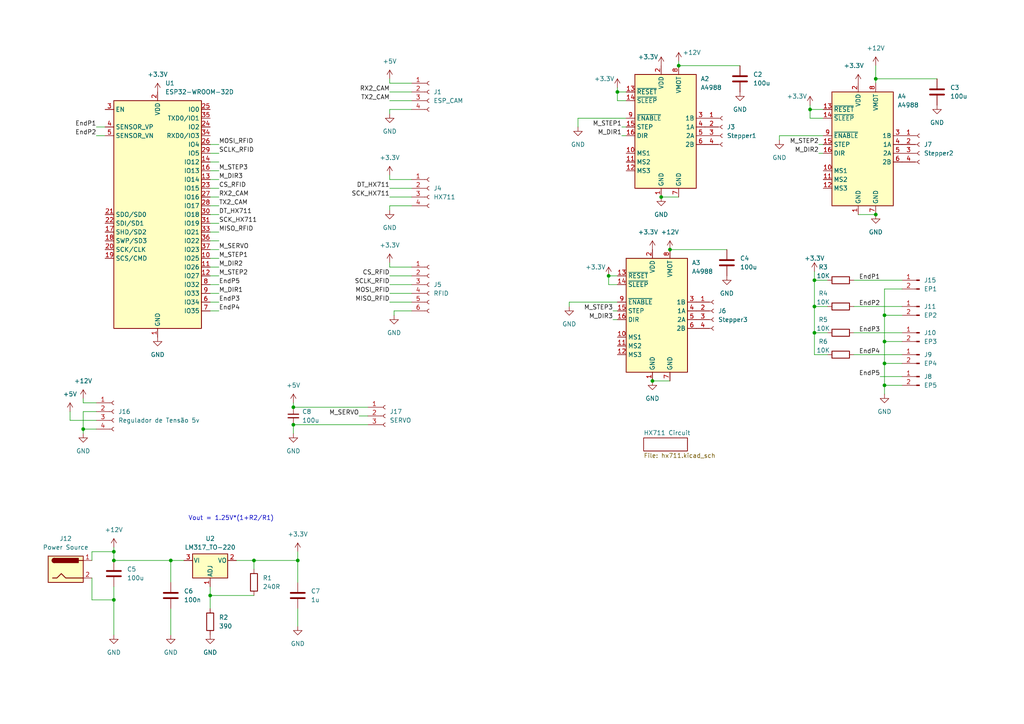
<source format=kicad_sch>
(kicad_sch (version 20230121) (generator eeschema)
  (paper "A4")
  (lib_symbols
    (symbol "Connector:Conn_01x02_Pin" (pin_names (offset 1.016) hide)
      (property "Reference" "J" (at 0 2.54 0))
      (property "Value" "Conn_01x02_Pin" (at 0 -5.08 0))
      (symbol "Conn_01x02_Pin_1_1"
        (polyline (pts (xy 1.27 -2.54) (xy 0.8636 -2.54)) (stroke (width 0.1524)))
        (polyline (pts (xy 1.27 0) (xy 0.8636 0)) (stroke (width 0.1524)))
        (rectangle (start 0.8636 -2.413) (end 0 -2.667) (stroke (width 0.1524)) (fill (type outline)))
        (rectangle (start 0.8636 0.127) (end 0 -0.127) (stroke (width 0.1524)) (fill (type outline)))
        (pin passive line (at 5.08 0 180) (length 3.81) (name "Pin_1") (number "1"))
        (pin passive line (at 5.08 -2.54 180) (length 3.81) (name "Pin_2") (number "2"))
      )
    )
    (symbol "Connector:Conn_01x03_Socket" (pin_names (offset 1.016) hide)
      (property "Reference" "J" (at 0 5.08 0))
      (property "Value" "Conn_01x03_Socket" (at 0 -5.08 0))
      (symbol "Conn_01x03_Socket_1_1"
        (arc (start 0 -2.032) (mid -0.5058 -2.54) (end 0 -3.048) (stroke (width 0.1524)))
        (polyline (pts (xy -1.27 -2.54) (xy -0.508 -2.54)) (stroke (width 0.1524)))
        (polyline (pts (xy -1.27 0) (xy -0.508 0)) (stroke (width 0.1524)))
        (polyline (pts (xy -1.27 2.54) (xy -0.508 2.54)) (stroke (width 0.1524)))
        (arc (start 0 0.508) (mid -0.5058 0) (end 0 -0.508) (stroke (width 0.1524)))
        (arc (start 0 3.048) (mid -0.5058 2.54) (end 0 2.032) (stroke (width 0.1524)))
        (pin passive line (at -5.08 2.54 0) (length 3.81) (name "Pin_1") (number "1"))
        (pin passive line (at -5.08 0 0) (length 3.81) (name "Pin_2") (number "2"))
        (pin passive line (at -5.08 -2.54 0) (length 3.81) (name "Pin_3") (number "3"))
      )
    )
    (symbol "Connector:Conn_01x04_Socket" (pin_names (offset 1.016) hide)
      (property "Reference" "J" (at 0 5.08 0))
      (property "Value" "Conn_01x04_Socket" (at 0 -7.62 0))
      (symbol "Conn_01x04_Socket_1_1"
        (arc (start 0 -4.572) (mid -0.5058 -5.08) (end 0 -5.588) (stroke (width 0.1524)))
        (arc (start 0 -2.032) (mid -0.5058 -2.54) (end 0 -3.048) (stroke (width 0.1524)))
        (polyline (pts (xy -1.27 -5.08) (xy -0.508 -5.08)) (stroke (width 0.1524)))
        (polyline (pts (xy -1.27 -2.54) (xy -0.508 -2.54)) (stroke (width 0.1524)))
        (polyline (pts (xy -1.27 0) (xy -0.508 0)) (stroke (width 0.1524)))
        (polyline (pts (xy -1.27 2.54) (xy -0.508 2.54)) (stroke (width 0.1524)))
        (arc (start 0 0.508) (mid -0.5058 0) (end 0 -0.508) (stroke (width 0.1524)))
        (arc (start 0 3.048) (mid -0.5058 2.54) (end 0 2.032) (stroke (width 0.1524)))
        (pin passive line (at -5.08 2.54 0) (length 3.81) (name "Pin_1") (number "1"))
        (pin passive line (at -5.08 0 0) (length 3.81) (name "Pin_2") (number "2"))
        (pin passive line (at -5.08 -2.54 0) (length 3.81) (name "Pin_3") (number "3"))
        (pin passive line (at -5.08 -5.08 0) (length 3.81) (name "Pin_4") (number "4"))
      )
    )
    (symbol "Connector:Conn_01x06_Socket" (pin_names (offset 1.016) hide)
      (property "Reference" "J" (at 0 7.62 0))
      (property "Value" "Conn_01x06_Socket" (at 0 -10.16 0))
      (symbol "Conn_01x06_Socket_1_1"
        (arc (start 0 -7.112) (mid -0.5058 -7.62) (end 0 -8.128) (stroke (width 0.1524)))
        (arc (start 0 -4.572) (mid -0.5058 -5.08) (end 0 -5.588) (stroke (width 0.1524)))
        (arc (start 0 -2.032) (mid -0.5058 -2.54) (end 0 -3.048) (stroke (width 0.1524)))
        (polyline (pts (xy -1.27 -7.62) (xy -0.508 -7.62)) (stroke (width 0.1524)))
        (polyline (pts (xy -1.27 -5.08) (xy -0.508 -5.08)) (stroke (width 0.1524)))
        (polyline (pts (xy -1.27 -2.54) (xy -0.508 -2.54)) (stroke (width 0.1524)))
        (polyline (pts (xy -1.27 0) (xy -0.508 0)) (stroke (width 0.1524)))
        (polyline (pts (xy -1.27 2.54) (xy -0.508 2.54)) (stroke (width 0.1524)))
        (polyline (pts (xy -1.27 5.08) (xy -0.508 5.08)) (stroke (width 0.1524)))
        (arc (start 0 0.508) (mid -0.5058 0) (end 0 -0.508) (stroke (width 0.1524)))
        (arc (start 0 3.048) (mid -0.5058 2.54) (end 0 2.032) (stroke (width 0.1524)))
        (arc (start 0 5.588) (mid -0.5058 5.08) (end 0 4.572) (stroke (width 0.1524)))
        (pin passive line (at -5.08 5.08 0) (length 3.81) (name "Pin_1") (number "1"))
        (pin passive line (at -5.08 2.54 0) (length 3.81) (name "Pin_2") (number "2"))
        (pin passive line (at -5.08 0 0) (length 3.81) (name "Pin_3") (number "3"))
        (pin passive line (at -5.08 -2.54 0) (length 3.81) (name "Pin_4") (number "4"))
        (pin passive line (at -5.08 -5.08 0) (length 3.81) (name "Pin_5") (number "5"))
        (pin passive line (at -5.08 -7.62 0) (length 3.81) (name "Pin_6") (number "6"))
      )
    )
    (symbol "Connector:Jack-DC" (pin_names (offset 1.016))
      (property "Reference" "J" (at 0 5.334 0))
      (property "Value" "Jack-DC" (at 0 -5.08 0))
      (symbol "Jack-DC_0_1"
        (rectangle (start -5.08 3.81) (end 5.08 -3.81) (stroke (width 0.254)) (fill (type background)))
        (arc (start -3.302 3.175) (mid -3.9343 2.54) (end -3.302 1.905) (stroke (width 0.254)))
        (arc (start -3.302 3.175) (mid -3.9343 2.54) (end -3.302 1.905) (stroke (width 0.254)) (fill (type outline)))
        (polyline (pts (xy 5.08 2.54) (xy 3.81 2.54)) (stroke (width 0.254)))
        (polyline (pts (xy -3.81 -2.54) (xy -2.54 -2.54) (xy -1.27 -1.27) (xy 0 -2.54) (xy 2.54 -2.54) (xy 5.08 -2.54)) (stroke (width 0.254)))
        (rectangle (start 3.683 3.175) (end -3.302 1.905) (stroke (width 0.254)) (fill (type outline)))
      )
      (symbol "Jack-DC_1_1"
        (pin passive line (at 7.62 2.54 180) (length 2.54) (name "~") (number "1"))
        (pin passive line (at 7.62 -2.54 180) (length 2.54) (name "~") (number "2"))
      )
    )
    (symbol "Device:C" (pin_numbers hide) (pin_names (offset 0.254))
      (property "Reference" "C" (at 0.635 2.54 0))
      (property "Value" "C" (at 0.635 -2.54 0))
      (symbol "C_0_1"
        (polyline (pts (xy -2.032 -0.762) (xy 2.032 -0.762)) (stroke (width 0.508)))
        (polyline (pts (xy -2.032 0.762) (xy 2.032 0.762)) (stroke (width 0.508)))
      )
      (symbol "C_1_1"
        (pin passive line (at 0 3.81 270) (length 2.794) (name "~") (number "1"))
        (pin passive line (at 0 -3.81 90) (length 2.794) (name "~") (number "2"))
      )
    )
    (symbol "Device:C_Small" (pin_numbers hide) (pin_names (offset 0.254) hide)
      (property "Reference" "C" (at 0.254 1.778 0))
      (property "Value" "C_Small" (at 0.254 -2.032 0))
      (symbol "C_Small_0_1"
        (polyline (pts (xy -1.524 -0.508) (xy 1.524 -0.508)) (stroke (width 0.3302)))
        (polyline (pts (xy -1.524 0.508) (xy 1.524 0.508)) (stroke (width 0.3048)))
      )
      (symbol "C_Small_1_1"
        (pin passive line (at 0 2.54 270) (length 2.032) (name "~") (number "1"))
        (pin passive line (at 0 -2.54 90) (length 2.032) (name "~") (number "2"))
      )
    )
    (symbol "Device:R" (pin_numbers hide) (pin_names (offset 0))
      (property "Reference" "R" (at 2.032 0 90))
      (property "Value" "R" (at 0 0 90))
      (symbol "R_0_1"
        (rectangle (start -1.016 -2.54) (end 1.016 2.54) (stroke (width 0.254)))
      )
      (symbol "R_1_1"
        (pin passive line (at 0 3.81 270) (length 1.27) (name "~") (number "1"))
        (pin passive line (at 0 -3.81 90) (length 1.27) (name "~") (number "2"))
      )
    )
    (symbol "Driver_Motor:Pololu_Breakout_A4988"
      (property "Reference" "A" (at -2.54 19.05 0))
      (property "Value" "Pololu_Breakout_A4988" (at -2.54 16.51 0))
      (symbol "Pololu_Breakout_A4988_0_1"
        (rectangle (start 10.16 -17.78) (end -7.62 15.24) (stroke (width 0.254)) (fill (type background)))
      )
      (symbol "Pololu_Breakout_A4988_1_1"
        (pin power_in line (at 0 -20.32 90) (length 2.54) (name "GND") (number "1"))
        (pin input line (at -10.16 -7.62 0) (length 2.54) (name "MS1") (number "10"))
        (pin input line (at -10.16 -10.16 0) (length 2.54) (name "MS2") (number "11"))
        (pin input line (at -10.16 -12.7 0) (length 2.54) (name "MS3") (number "12"))
        (pin input line (at -10.16 10.16 0) (length 2.54) (name "~{RESET}") (number "13"))
        (pin input line (at -10.16 7.62 0) (length 2.54) (name "~{SLEEP}") (number "14"))
        (pin input line (at -10.16 0 0) (length 2.54) (name "STEP") (number "15"))
        (pin input line (at -10.16 -2.54 0) (length 2.54) (name "DIR") (number "16"))
        (pin power_in line (at 0 17.78 270) (length 2.54) (name "VDD") (number "2"))
        (pin output line (at 12.7 2.54 180) (length 2.54) (name "1B") (number "3"))
        (pin output line (at 12.7 0 180) (length 2.54) (name "1A") (number "4"))
        (pin output line (at 12.7 -2.54 180) (length 2.54) (name "2A") (number "5"))
        (pin output line (at 12.7 -5.08 180) (length 2.54) (name "2B") (number "6"))
        (pin power_in line (at 5.08 -20.32 90) (length 2.54) (name "GND") (number "7"))
        (pin power_in line (at 5.08 17.78 270) (length 2.54) (name "VMOT") (number "8"))
        (pin input line (at -10.16 2.54 0) (length 2.54) (name "~{ENABLE}") (number "9"))
      )
    )
    (symbol "RF_Module:ESP32-WROOM-32D"
      (property "Reference" "U" (at -12.7 34.29 0))
      (property "Value" "ESP32-WROOM-32D" (at 1.27 34.29 0))
      (symbol "ESP32-WROOM-32D_0_1"
        (rectangle (start -12.7 33.02) (end 12.7 -33.02) (stroke (width 0.254)) (fill (type background)))
      )
      (symbol "ESP32-WROOM-32D_1_1"
        (pin power_in line (at 0 -35.56 90) (length 2.54) (name "GND") (number "1"))
        (pin bidirectional line (at 15.24 -12.7 180) (length 2.54) (name "IO25") (number "10"))
        (pin bidirectional line (at 15.24 -15.24 180) (length 2.54) (name "IO26") (number "11"))
        (pin bidirectional line (at 15.24 -17.78 180) (length 2.54) (name "IO27") (number "12"))
        (pin bidirectional line (at 15.24 10.16 180) (length 2.54) (name "IO14") (number "13"))
        (pin bidirectional line (at 15.24 15.24 180) (length 2.54) (name "IO12") (number "14"))
        (pin passive line (at 0 -35.56 90) (length 2.54) hide (name "GND") (number "15"))
        (pin bidirectional line (at 15.24 12.7 180) (length 2.54) (name "IO13") (number "16"))
        (pin bidirectional line (at -15.24 -5.08 0) (length 2.54) (name "SHD/SD2") (number "17"))
        (pin bidirectional line (at -15.24 -7.62 0) (length 2.54) (name "SWP/SD3") (number "18"))
        (pin bidirectional line (at -15.24 -12.7 0) (length 2.54) (name "SCS/CMD") (number "19"))
        (pin power_in line (at 0 35.56 270) (length 2.54) (name "VDD") (number "2"))
        (pin bidirectional line (at -15.24 -10.16 0) (length 2.54) (name "SCK/CLK") (number "20"))
        (pin bidirectional line (at -15.24 0 0) (length 2.54) (name "SDO/SD0") (number "21"))
        (pin bidirectional line (at -15.24 -2.54 0) (length 2.54) (name "SDI/SD1") (number "22"))
        (pin bidirectional line (at 15.24 7.62 180) (length 2.54) (name "IO15") (number "23"))
        (pin bidirectional line (at 15.24 25.4 180) (length 2.54) (name "IO2") (number "24"))
        (pin bidirectional line (at 15.24 30.48 180) (length 2.54) (name "IO0") (number "25"))
        (pin bidirectional line (at 15.24 20.32 180) (length 2.54) (name "IO4") (number "26"))
        (pin bidirectional line (at 15.24 5.08 180) (length 2.54) (name "IO16") (number "27"))
        (pin bidirectional line (at 15.24 2.54 180) (length 2.54) (name "IO17") (number "28"))
        (pin bidirectional line (at 15.24 17.78 180) (length 2.54) (name "IO5") (number "29"))
        (pin input line (at -15.24 30.48 0) (length 2.54) (name "EN") (number "3"))
        (pin bidirectional line (at 15.24 0 180) (length 2.54) (name "IO18") (number "30"))
        (pin bidirectional line (at 15.24 -2.54 180) (length 2.54) (name "IO19") (number "31"))
        (pin no_connect line (at -12.7 -27.94 0) (length 2.54) hide (name "NC") (number "32"))
        (pin bidirectional line (at 15.24 -5.08 180) (length 2.54) (name "IO21") (number "33"))
        (pin bidirectional line (at 15.24 22.86 180) (length 2.54) (name "RXD0/IO3") (number "34"))
        (pin bidirectional line (at 15.24 27.94 180) (length 2.54) (name "TXD0/IO1") (number "35"))
        (pin bidirectional line (at 15.24 -7.62 180) (length 2.54) (name "IO22") (number "36"))
        (pin bidirectional line (at 15.24 -10.16 180) (length 2.54) (name "IO23") (number "37"))
        (pin passive line (at 0 -35.56 90) (length 2.54) hide (name "GND") (number "38"))
        (pin passive line (at 0 -35.56 90) (length 2.54) hide (name "GND") (number "39"))
        (pin input line (at -15.24 25.4 0) (length 2.54) (name "SENSOR_VP") (number "4"))
        (pin input line (at -15.24 22.86 0) (length 2.54) (name "SENSOR_VN") (number "5"))
        (pin input line (at 15.24 -25.4 180) (length 2.54) (name "IO34") (number "6"))
        (pin input line (at 15.24 -27.94 180) (length 2.54) (name "IO35") (number "7"))
        (pin bidirectional line (at 15.24 -20.32 180) (length 2.54) (name "IO32") (number "8"))
        (pin bidirectional line (at 15.24 -22.86 180) (length 2.54) (name "IO33") (number "9"))
      )
    )
    (symbol "Regulator_Linear:LM317_TO-220" (pin_names (offset 0.254))
      (property "Reference" "U" (at -3.81 3.175 0))
      (property "Value" "LM317_TO-220" (at 0 3.175 0))
      (symbol "LM317_TO-220_0_1"
        (rectangle (start -5.08 1.905) (end 5.08 -5.08) (stroke (width 0.254)) (fill (type background)))
      )
      (symbol "LM317_TO-220_1_1"
        (pin input line (at 0 -7.62 90) (length 2.54) (name "ADJ") (number "1"))
        (pin power_out line (at 7.62 0 180) (length 2.54) (name "VO") (number "2"))
        (pin power_in line (at -7.62 0 0) (length 2.54) (name "VI") (number "3"))
      )
    )
    (symbol "power:+12V" (power) (pin_names (offset 0))
      (property "Value" "+12V" (at 0 3.556 0))
      (symbol "+12V_0_1"
        (polyline (pts (xy -0.762 1.27) (xy 0 2.54)))
        (polyline (pts (xy 0 0) (xy 0 2.54)))
        (polyline (pts (xy 0 2.54) (xy 0.762 1.27)))
      )
      (symbol "+12V_1_1"
        (pin power_in line (at 0 0 90) (length 0) hide (name "+12V") (number "1"))
      )
    )
    (symbol "power:+3.3V" (power) (pin_names (offset 0))
      (property "Value" "+3.3V" (at 0 3.556 0))
      (symbol "+3.3V_0_1"
        (polyline (pts (xy -0.762 1.27) (xy 0 2.54)))
        (polyline (pts (xy 0 0) (xy 0 2.54)))
        (polyline (pts (xy 0 2.54) (xy 0.762 1.27)))
      )
      (symbol "+3.3V_1_1"
        (pin power_in line (at 0 0 90) (length 0) hide (name "+3.3V") (number "1"))
      )
    )
    (symbol "power:+5V" (power) (pin_names (offset 0))
      (property "Value" "+5V" (at 0 3.556 0))
      (symbol "+5V_0_1"
        (polyline (pts (xy -0.762 1.27) (xy 0 2.54)))
        (polyline (pts (xy 0 0) (xy 0 2.54)))
        (polyline (pts (xy 0 2.54) (xy 0.762 1.27)))
      )
      (symbol "+5V_1_1"
        (pin power_in line (at 0 0 90) (length 0) hide (name "+5V") (number "1"))
      )
    )
    (symbol "power:GND" (power) (pin_names (offset 0))
      (property "Value" "GND" (at 0 -3.81 0))
      (symbol "GND_0_1"
        (polyline (pts (xy 0 0) (xy 0 -1.27) (xy 1.27 -1.27) (xy 0 -2.54) (xy -1.27 -1.27) (xy 0 -1.27)))
      )
      (symbol "GND_1_1"
        (pin power_in line (at 0 0 270) (length 0) hide (name "GND") (number "1"))
      )
    )
  )
  (junction (at 236.22 81.28))
  (junction (at 234.95 31.75))
  (junction (at 256.54 105.41))
  (junction (at 33.02 160.02))
  (junction (at 236.22 88.9))
  (junction (at 176.53 80.01))
  (junction (at 49.53 162.56))
  (junction (at 256.54 91.44))
  (junction (at 86.36 162.56))
  (junction (at 196.85 19.05))
  (junction (at 85.09 123.19))
  (junction (at 254 22.86))
  (junction (at 254 62.23))
  (junction (at 60.96 172.72))
  (junction (at 194.31 72.39))
  (junction (at 191.77 57.15))
  (junction (at 85.09 118.11))
  (junction (at 236.22 96.52))
  (junction (at 256.54 99.06))
  (junction (at 33.02 162.56))
  (junction (at 73.66 162.56))
  (junction (at 256.54 111.76))
  (junction (at 33.02 173.99))
  (junction (at 24.13 124.46))
  (junction (at 189.23 110.49))
  (junction (at 179.07 26.67))
  (wire (pts (xy 113.03 26.67) (xy 119.38 26.67)))
  (wire (pts (xy 113.03 87.63) (xy 119.38 87.63)))
  (wire (pts (xy 33.02 158.75) (xy 33.02 160.02)))
  (wire (pts (xy 63.5 57.15) (xy 60.96 57.15)))
  (wire (pts (xy 68.58 162.56) (xy 73.66 162.56)))
  (wire (pts (xy 261.62 83.82) (xy 256.54 83.82)))
  (wire (pts (xy 179.07 29.21) (xy 181.61 29.21)))
  (wire (pts (xy 113.03 82.55) (xy 119.38 82.55)))
  (wire (pts (xy 236.22 88.9) (xy 236.22 81.28)))
  (wire (pts (xy 236.22 102.87) (xy 236.22 96.52)))
  (wire (pts (xy 49.53 162.56) (xy 49.53 168.91)))
  (wire (pts (xy 113.03 22.86) (xy 113.03 24.13)))
  (wire (pts (xy 85.09 118.11) (xy 106.68 118.11)))
  (wire (pts (xy 60.96 62.23) (xy 63.5 62.23)))
  (wire (pts (xy 261.62 105.41) (xy 256.54 105.41)))
  (wire (pts (xy 240.03 96.52) (xy 236.22 96.52)))
  (wire (pts (xy 177.8 92.71) (xy 179.07 92.71)))
  (wire (pts (xy 63.5 41.91) (xy 60.96 41.91)))
  (wire (pts (xy 113.03 77.47) (xy 119.38 77.47)))
  (wire (pts (xy 63.5 59.69) (xy 60.96 59.69)))
  (wire (pts (xy 20.32 119.38) (xy 20.32 121.92)))
  (wire (pts (xy 114.3 90.17) (xy 114.3 91.44)))
  (wire (pts (xy 26.67 162.56) (xy 26.67 160.02)))
  (wire (pts (xy 63.5 80.01) (xy 60.96 80.01)))
  (wire (pts (xy 104.14 120.65) (xy 106.68 120.65)))
  (wire (pts (xy 240.03 88.9) (xy 236.22 88.9)))
  (wire (pts (xy 191.77 57.15) (xy 196.85 57.15)))
  (wire (pts (xy 113.03 50.8) (xy 113.03 52.07)))
  (wire (pts (xy 176.53 80.01) (xy 179.07 80.01)))
  (wire (pts (xy 113.03 80.01) (xy 119.38 80.01)))
  (wire (pts (xy 165.1 87.63) (xy 165.1 88.9)))
  (wire (pts (xy 194.31 72.39) (xy 210.82 72.39)))
  (wire (pts (xy 255.27 109.22) (xy 261.62 109.22)))
  (wire (pts (xy 26.67 160.02) (xy 33.02 160.02)))
  (wire (pts (xy 86.36 168.91) (xy 86.36 162.56)))
  (wire (pts (xy 86.36 160.02) (xy 86.36 162.56)))
  (wire (pts (xy 226.06 39.37) (xy 238.76 39.37)))
  (wire (pts (xy 27.94 119.38) (xy 24.13 119.38)))
  (wire (pts (xy 180.34 39.37) (xy 181.61 39.37)))
  (wire (pts (xy 113.03 52.07) (xy 119.38 52.07)))
  (wire (pts (xy 256.54 111.76) (xy 261.62 111.76)))
  (wire (pts (xy 73.66 162.56) (xy 73.66 165.1)))
  (wire (pts (xy 261.62 99.06) (xy 256.54 99.06)))
  (wire (pts (xy 60.96 172.72) (xy 73.66 172.72)))
  (wire (pts (xy 176.53 82.55) (xy 176.53 80.01)))
  (wire (pts (xy 113.03 31.75) (xy 119.38 31.75)))
  (wire (pts (xy 167.64 34.29) (xy 181.61 34.29)))
  (wire (pts (xy 26.67 173.99) (xy 33.02 173.99)))
  (wire (pts (xy 63.5 46.99) (xy 60.96 46.99)))
  (wire (pts (xy 226.06 40.64) (xy 226.06 39.37)))
  (wire (pts (xy 179.07 26.67) (xy 181.61 26.67)))
  (wire (pts (xy 256.54 91.44) (xy 256.54 99.06)))
  (wire (pts (xy 113.03 24.13) (xy 119.38 24.13)))
  (wire (pts (xy 63.5 49.53) (xy 60.96 49.53)))
  (wire (pts (xy 271.78 22.86) (xy 254 22.86)))
  (wire (pts (xy 113.03 54.61) (xy 119.38 54.61)))
  (wire (pts (xy 60.96 170.18) (xy 60.96 172.72)))
  (wire (pts (xy 113.03 60.96) (xy 113.03 59.69)))
  (wire (pts (xy 236.22 88.9) (xy 236.22 96.52)))
  (wire (pts (xy 33.02 160.02) (xy 33.02 162.56)))
  (wire (pts (xy 33.02 173.99) (xy 33.02 170.18)))
  (wire (pts (xy 179.07 87.63) (xy 165.1 87.63)))
  (wire (pts (xy 254 22.86) (xy 254 24.13)))
  (wire (pts (xy 63.5 87.63) (xy 60.96 87.63)))
  (wire (pts (xy 113.03 29.21) (xy 119.38 29.21)))
  (wire (pts (xy 179.07 82.55) (xy 176.53 82.55)))
  (wire (pts (xy 49.53 162.56) (xy 53.34 162.56)))
  (wire (pts (xy 113.03 85.09) (xy 119.38 85.09)))
  (wire (pts (xy 236.22 78.74) (xy 236.22 81.28)))
  (wire (pts (xy 247.65 88.9) (xy 261.62 88.9)))
  (wire (pts (xy 60.96 172.72) (xy 60.96 176.53)))
  (wire (pts (xy 27.94 36.83) (xy 30.48 36.83)))
  (wire (pts (xy 256.54 99.06) (xy 256.54 105.41)))
  (wire (pts (xy 63.5 67.31) (xy 60.96 67.31)))
  (wire (pts (xy 256.54 114.3) (xy 256.54 111.76)))
  (wire (pts (xy 63.5 77.47) (xy 60.96 77.47)))
  (wire (pts (xy 85.09 118.11) (xy 85.09 116.84)))
  (wire (pts (xy 63.5 90.17) (xy 60.96 90.17)))
  (wire (pts (xy 24.13 119.38) (xy 24.13 124.46)))
  (wire (pts (xy 85.09 123.19) (xy 106.68 123.19)))
  (wire (pts (xy 63.5 69.85) (xy 60.96 69.85)))
  (wire (pts (xy 254 19.05) (xy 254 22.86)))
  (wire (pts (xy 238.76 31.75) (xy 234.95 31.75)))
  (wire (pts (xy 20.32 121.92) (xy 27.94 121.92)))
  (wire (pts (xy 261.62 91.44) (xy 256.54 91.44)))
  (wire (pts (xy 180.34 36.83) (xy 181.61 36.83)))
  (wire (pts (xy 85.09 125.73) (xy 85.09 123.19)))
  (wire (pts (xy 63.5 82.55) (xy 60.96 82.55)))
  (wire (pts (xy 24.13 124.46) (xy 27.94 124.46)))
  (wire (pts (xy 247.65 81.28) (xy 261.62 81.28)))
  (wire (pts (xy 63.5 74.93) (xy 60.96 74.93)))
  (wire (pts (xy 237.49 44.45) (xy 238.76 44.45)))
  (wire (pts (xy 119.38 90.17) (xy 114.3 90.17)))
  (wire (pts (xy 33.02 162.56) (xy 49.53 162.56)))
  (wire (pts (xy 33.02 184.15) (xy 33.02 173.99)))
  (wire (pts (xy 196.85 17.78) (xy 196.85 19.05)))
  (wire (pts (xy 113.03 57.15) (xy 119.38 57.15)))
  (wire (pts (xy 256.54 83.82) (xy 256.54 91.44)))
  (wire (pts (xy 179.07 26.67) (xy 179.07 29.21)))
  (wire (pts (xy 113.03 59.69) (xy 119.38 59.69)))
  (wire (pts (xy 86.36 162.56) (xy 73.66 162.56)))
  (wire (pts (xy 237.49 41.91) (xy 238.76 41.91)))
  (wire (pts (xy 256.54 105.41) (xy 256.54 111.76)))
  (wire (pts (xy 247.65 96.52) (xy 261.62 96.52)))
  (wire (pts (xy 238.76 34.29) (xy 234.95 34.29)))
  (wire (pts (xy 177.8 90.17) (xy 179.07 90.17)))
  (wire (pts (xy 240.03 102.87) (xy 236.22 102.87)))
  (wire (pts (xy 63.5 72.39) (xy 60.96 72.39)))
  (wire (pts (xy 86.36 181.61) (xy 86.36 176.53)))
  (wire (pts (xy 63.5 54.61) (xy 60.96 54.61)))
  (wire (pts (xy 24.13 116.84) (xy 27.94 116.84)))
  (wire (pts (xy 63.5 44.45) (xy 60.96 44.45)))
  (wire (pts (xy 63.5 85.09) (xy 60.96 85.09)))
  (wire (pts (xy 26.67 167.64) (xy 26.67 173.99)))
  (wire (pts (xy 234.95 34.29) (xy 234.95 31.75)))
  (wire (pts (xy 167.64 36.83) (xy 167.64 34.29)))
  (wire (pts (xy 179.07 25.4) (xy 179.07 26.67)))
  (wire (pts (xy 248.92 62.23) (xy 254 62.23)))
  (wire (pts (xy 113.03 33.02) (xy 113.03 31.75)))
  (wire (pts (xy 27.94 39.37) (xy 30.48 39.37)))
  (wire (pts (xy 236.22 81.28) (xy 240.03 81.28)))
  (wire (pts (xy 63.5 52.07) (xy 60.96 52.07)))
  (wire (pts (xy 113.03 76.2) (xy 113.03 77.47)))
  (wire (pts (xy 234.95 31.75) (xy 234.95 30.48)))
  (wire (pts (xy 49.53 176.53) (xy 49.53 184.15)))
  (wire (pts (xy 24.13 124.46) (xy 24.13 125.73)))
  (wire (pts (xy 247.65 102.87) (xy 261.62 102.87)))
  (wire (pts (xy 60.96 64.77) (xy 63.5 64.77)))
  (wire (pts (xy 24.13 115.57) (xy 24.13 116.84)))
  (wire (pts (xy 189.23 110.49) (xy 194.31 110.49)))
  (wire (pts (xy 214.63 19.05) (xy 196.85 19.05)))
  (text "Vout = 1.25V*(1+R2/R1)" (at 54.61 151.13 0) (effects (font (size 1.27 1.27)) (justify left bottom)))
  (label "TX2_CAM" (at 113.03 29.21 180))
  (label "DT_HX711" (at 63.5 62.23 0))
  (label "MISO_RFID" (at 63.5 67.31 0))
  (label "M_DIR1" (at 63.5 85.09 0))
  (label "EndP5" (at 255.27 109.22 180))
  (label "M_STEP3" (at 177.8 90.17 180))
  (label "MOSI_RFID" (at 113.03 85.09 180))
  (label "SCLK_RFID" (at 63.5 44.45 0))
  (label "M_STEP2" (at 63.5 80.01 0))
  (label "M_SERVO" (at 63.5 72.39 0))
  (label "M_DIR3" (at 63.5 52.07 0))
  (label "SCK_HX711" (at 113.03 57.15 180))
  (label "M_DIR3" (at 177.8 92.71 180))
  (label "EndP3" (at 63.5 87.63 0))
  (label "EndP2" (at 27.94 39.37 180))
  (label "M_SERVO" (at 104.14 120.65 180))
  (label "M_DIR1" (at 180.34 39.37 180))
  (label "EndP1" (at 255.27 81.28 180))
  (label "EndP1" (at 27.94 36.83 180))
  (label "M_DIR2" (at 63.5 77.47 0))
  (label "CS_RFID" (at 63.5 54.61 0))
  (label "TX2_CAM" (at 63.5 59.69 0))
  (label "DT_HX711" (at 113.03 54.61 180))
  (label "MISO_RFID" (at 113.03 87.63 180))
  (label "M_STEP1" (at 63.5 74.93 0))
  (label "M_DIR2" (at 237.49 44.45 180))
  (label "EndP4" (at 63.5 90.17 0))
  (label "MOSI_RFID" (at 63.5 41.91 0))
  (label "M_STEP2" (at 237.49 41.91 180))
  (label "EndP3" (at 255.27 96.52 180))
  (label "CS_RFID" (at 113.03 80.01 180))
  (label "RX2_CAM" (at 63.5 57.15 0))
  (label "M_STEP3" (at 63.5 49.53 0))
  (label "EndP4" (at 255.27 102.87 180))
  (label "SCLK_RFID" (at 113.03 82.55 180))
  (label "SCK_HX711" (at 63.5 64.77 0))
  (label "RX2_CAM" (at 113.03 26.67 180))
  (label "EndP5" (at 63.5 82.55 0))
  (label "M_STEP1" (at 180.34 36.83 180))
  (label "EndP2" (at 255.27 88.9 180))
  (symbol (lib_id "Driver_Motor:Pololu_Breakout_A4988") (at 189.23 90.17 0) (unit 1)
    (property "Reference" "A3" (at 200.66 76.2 0) (effects (justify left)))
    (property "Value" "A4988" (at 200.66 78.74 0) (effects (justify left)))
    (property "Footprint" "Module:Pololu_Breakout-16_15.2x20.3mm" (effects hide))
    (property "Datasheet" "https://www.pololu.com/product/2980/pictures" (effects hide))
  )
  (symbol (lib_id "Connector:Conn_01x02_Pin") (at 266.7 96.52 0) (mirror y) (unit 1)
    (property "Reference" "J10" (at 267.97 96.52 0) (effects (justify right)))
    (property "Value" "EP3" (at 267.97 99.06 0) (effects (justify right)))
  )
  (symbol (lib_id "Driver_Motor:Pololu_Breakout_A4988") (at 191.77 36.83 0) (unit 1)
    (property "Reference" "A2" (at 203.2 22.86 0) (effects (justify left)))
    (property "Value" "A4988" (at 203.2 25.4 0) (effects (justify left)))
    (property "Footprint" "Module:Pololu_Breakout-16_15.2x20.3mm" (effects hide))
    (property "Datasheet" "https://www.pololu.com/product/2980/pictures" (effects hide))
  )
  (symbol (lib_id "power:+3.3V") (at 191.77 19.05 0) (unit 1)
    (property "Reference" "#PWR04" (effects hide))
    (property "Value" "+3.3V" (at 187.96 16.51 0))
  )
  (symbol (lib_id "power:+5V") (at 20.32 119.38 0) (unit 1)
    (property "Reference" "#PWR055" (effects hide))
    (property "Value" "+5V" (at 20.32 114.3 0))
  )
  (symbol (lib_id "power:+3.3V") (at 113.03 76.2 0) (unit 1)
    (property "Reference" "#PWR022" (effects hide))
    (property "Value" "+3.3V" (at 113.03 71.12 0))
  )
  (symbol (lib_id "power:GND") (at 210.82 80.01 0) (unit 1)
    (property "Reference" "#PWR026" (effects hide))
    (property "Value" "GND" (at 210.82 85.09 0))
  )
  (symbol (lib_id "power:GND") (at 49.53 184.15 0) (unit 1)
    (property "Reference" "#PWR045" (effects hide))
    (property "Value" "GND" (at 49.53 189.23 0))
  )
  (symbol (lib_id "power:+12V") (at 196.85 17.78 0) (unit 1)
    (property "Reference" "#PWR02" (effects hide))
    (property "Value" "+12V" (at 200.66 15.24 0))
  )
  (symbol (lib_id "power:GND") (at 113.03 33.02 0) (unit 1)
    (property "Reference" "#PWR011" (effects hide))
    (property "Value" "GND" (at 113.03 38.1 0))
  )
  (symbol (lib_id "Device:R") (at 243.84 88.9 90) (unit 1)
    (property "Reference" "R4" (at 238.76 85.09 90))
    (property "Value" "10K" (at 238.76 87.63 90))
  )
  (symbol (lib_id "power:GND") (at 33.02 184.15 0) (unit 1)
    (property "Reference" "#PWR044" (effects hide))
    (property "Value" "GND" (at 33.02 189.23 0))
  )
  (symbol (lib_id "Connector:Conn_01x02_Pin") (at 266.7 102.87 0) (mirror y) (unit 1)
    (property "Reference" "J9" (at 267.97 102.87 0) (effects (justify right)))
    (property "Value" "EP4" (at 267.97 105.41 0) (effects (justify right)))
  )
  (symbol (lib_id "power:+12V") (at 24.13 115.57 0) (unit 1)
    (property "Reference" "#PWR054" (effects hide))
    (property "Value" "+12V" (at 24.13 110.49 0))
  )
  (symbol (lib_id "power:GND") (at 191.77 57.15 0) (unit 1)
    (property "Reference" "#PWR016" (effects hide))
    (property "Value" "GND" (at 191.77 62.23 0))
  )
  (symbol (lib_id "Connector:Jack-DC") (at 19.05 165.1 0) (unit 1)
    (property "Reference" "J12" (at 19.05 156.21 0))
    (property "Value" "Power Source" (at 19.05 158.75 0))
    (property "Footprint" "Connector_BarrelJack:BarrelJack_SwitchcraftConxall_RAPC10U_Horizontal" (effects hide))
  )
  (symbol (lib_id "Device:C_Small") (at 85.09 120.65 0) (unit 1)
    (property "Reference" "C8" (at 87.63 119.3863 0) (effects (justify left)))
    (property "Value" "100u" (at 87.63 121.9263 0) (effects (justify left)))
  )
  (symbol (lib_id "power:GND") (at 85.09 125.73 0) (unit 1)
    (property "Reference" "#PWR057" (effects hide))
    (property "Value" "GND" (at 85.09 130.81 0))
  )
  (symbol (lib_id "power:+3.3V") (at 113.03 50.8 0) (unit 1)
    (property "Reference" "#PWR014" (effects hide))
    (property "Value" "+3.3V" (at 113.03 45.72 0))
  )
  (symbol (lib_id "Connector:Conn_01x02_Pin") (at 266.7 109.22 0) (mirror y) (unit 1)
    (property "Reference" "J8" (at 267.97 109.22 0) (effects (justify right)))
    (property "Value" "EP5" (at 267.97 111.76 0) (effects (justify right)))
  )
  (symbol (lib_id "power:+5V") (at 113.03 22.86 0) (unit 1)
    (property "Reference" "#PWR056" (effects hide))
    (property "Value" "+5V" (at 113.03 17.78 0))
  )
  (symbol (lib_id "power:GND") (at 114.3 91.44 0) (unit 1)
    (property "Reference" "#PWR029" (effects hide))
    (property "Value" "GND" (at 114.3 96.52 0))
  )
  (symbol (lib_id "Connector:Conn_01x04_Socket") (at 124.46 26.67 0) (unit 1)
    (property "Reference" "J1" (at 125.73 26.67 0) (effects (justify left)))
    (property "Value" "ESP_CAM" (at 125.73 29.21 0) (effects (justify left)))
  )
  (symbol (lib_id "Connector:Conn_01x02_Pin") (at 266.7 81.28 0) (mirror y) (unit 1)
    (property "Reference" "J15" (at 267.97 81.28 0) (effects (justify right)))
    (property "Value" "EP1" (at 267.97 83.82 0) (effects (justify right)))
  )
  (symbol (lib_id "power:GND") (at 60.96 184.15 0) (unit 1)
    (property "Reference" "#PWR046" (effects hide))
    (property "Value" "GND" (at 60.96 189.23 0))
  )
  (symbol (lib_id "power:+12V") (at 33.02 158.75 0) (unit 1)
    (property "Reference" "#PWR041" (effects hide))
    (property "Value" "+12V" (at 33.02 153.67 0))
  )
  (symbol (lib_id "power:GND") (at 254 62.23 0) (unit 1)
    (property "Reference" "#PWR032" (effects hide))
    (property "Value" "GND" (at 254 67.31 0))
  )
  (symbol (lib_id "power:+3.3V") (at 248.92 24.13 0) (unit 1)
    (property "Reference" "#PWR021" (effects hide))
    (property "Value" "+3.3V" (at 247.65 19.05 0))
  )
  (symbol (lib_id "Device:R") (at 243.84 102.87 90) (unit 1)
    (property "Reference" "R6" (at 238.76 99.06 90))
    (property "Value" "10K" (at 238.76 101.6 90))
  )
  (symbol (lib_id "power:GND") (at 271.78 30.48 0) (unit 1)
    (property "Reference" "#PWR024" (effects hide))
    (property "Value" "GND" (at 271.78 35.56 0))
  )
  (symbol (lib_id "Device:R") (at 243.84 96.52 90) (unit 1)
    (property "Reference" "R5" (at 238.76 92.71 90))
    (property "Value" "10K" (at 238.76 95.25 90))
  )
  (symbol (lib_id "Connector:Conn_01x04_Socket") (at 124.46 54.61 0) (unit 1)
    (property "Reference" "J4" (at 125.73 54.61 0) (effects (justify left)))
    (property "Value" "HX711" (at 125.73 57.15 0) (effects (justify left)))
  )
  (symbol (lib_id "Regulator_Linear:LM317_TO-220") (at 60.96 162.56 0) (unit 1)
    (property "Reference" "U2" (at 60.96 156.21 0))
    (property "Value" "LM317_TO-220" (at 60.96 158.75 0))
    (property "Footprint" "Package_TO_SOT_THT:TO-220-3_Vertical" (effects hide))
    (property "Datasheet" "http://www.ti.com/lit/ds/symlink/lm317.pdf" (effects hide))
  )
  (symbol (lib_id "power:GND") (at 45.72 97.79 0) (unit 1)
    (property "Reference" "#PWR030" (effects hide))
    (property "Value" "GND" (at 45.72 102.87 0))
  )
  (symbol (lib_id "power:+3.3V") (at 176.53 80.01 0) (unit 1)
    (property "Reference" "#PWR025" (effects hide))
    (property "Value" "+3.3V" (at 172.72 77.47 0))
  )
  (symbol (lib_id "power:+3.3V") (at 236.22 78.74 0) (unit 1)
    (property "Reference" "#PWR033" (effects hide))
    (property "Value" "+3.3V" (at 236.22 74.93 0))
  )
  (symbol (lib_id "Device:C") (at 49.53 172.72 0) (unit 1)
    (property "Reference" "C6" (at 53.34 171.45 0) (effects (justify left)))
    (property "Value" "100n" (at 53.34 173.99 0) (effects (justify left)))
  )
  (symbol (lib_id "power:+3.3V") (at 234.95 30.48 0) (unit 1)
    (property "Reference" "#PWR023" (effects hide))
    (property "Value" "+3.3V" (at 231.14 27.94 0))
  )
  (symbol (lib_id "power:GND") (at 24.13 125.73 0) (unit 1)
    (property "Reference" "#PWR053" (effects hide))
    (property "Value" "GND" (at 24.13 130.81 0))
  )
  (symbol (lib_id "power:+3.3V") (at 45.72 26.67 0) (unit 1)
    (property "Reference" "#PWR010" (effects hide))
    (property "Value" "+3.3V" (at 45.72 21.59 0))
  )
  (symbol (lib_id "Device:R") (at 73.66 168.91 0) (unit 1)
    (property "Reference" "R1" (at 76.2 167.64 0) (effects (justify left)))
    (property "Value" "240R" (at 76.2 170.18 0) (effects (justify left)))
  )
  (symbol (lib_id "Connector:Conn_01x04_Socket") (at 266.7 41.91 0) (unit 1)
    (property "Reference" "J7" (at 267.97 41.91 0) (effects (justify left)))
    (property "Value" "Stepper2" (at 267.97 44.45 0) (effects (justify left)))
  )
  (symbol (lib_id "power:+3.3V") (at 189.23 72.39 0) (unit 1)
    (property "Reference" "#PWR019" (effects hide))
    (property "Value" "+3.3V" (at 187.96 67.31 0))
  )
  (symbol (lib_id "power:+12V") (at 194.31 72.39 0) (unit 1)
    (property "Reference" "#PWR020" (effects hide))
    (property "Value" "+12V" (at 194.31 67.31 0))
  )
  (symbol (lib_id "Connector:Conn_01x06_Socket") (at 124.46 82.55 0) (unit 1)
    (property "Reference" "J5" (at 125.73 82.55 0) (effects (justify left)))
    (property "Value" "RFID" (at 125.73 85.09 0) (effects (justify left)))
  )
  (symbol (lib_id "Device:C") (at 271.78 26.67 0) (unit 1)
    (property "Reference" "C3" (at 275.59 25.4 0) (effects (justify left)))
    (property "Value" "100u" (at 275.59 27.94 0) (effects (justify left)))
  )
  (symbol (lib_id "Device:C") (at 86.36 172.72 0) (unit 1)
    (property "Reference" "C7" (at 90.17 171.45 0) (effects (justify left)))
    (property "Value" "1u" (at 90.17 173.99 0) (effects (justify left)))
  )
  (symbol (lib_id "Device:C") (at 214.63 22.86 0) (unit 1)
    (property "Reference" "C2" (at 218.44 21.59 0) (effects (justify left)))
    (property "Value" "100u" (at 218.44 24.13 0) (effects (justify left)))
  )
  (symbol (lib_id "power:GND") (at 226.06 40.64 0) (unit 1)
    (property "Reference" "#PWR028" (effects hide))
    (property "Value" "GND" (at 226.06 45.72 0))
  )
  (symbol (lib_id "Connector:Conn_01x04_Socket") (at 33.02 119.38 0) (unit 1)
    (property "Reference" "J16" (at 34.29 119.38 0) (effects (justify left)))
    (property "Value" "Regulador de Tensão 5v" (at 34.29 121.92 0) (effects (justify left)))
  )
  (symbol (lib_id "Device:C") (at 33.02 166.37 0) (unit 1)
    (property "Reference" "C5" (at 36.83 165.1 0) (effects (justify left)))
    (property "Value" "100u" (at 36.83 167.64 0) (effects (justify left)))
  )
  (symbol (lib_id "Driver_Motor:Pololu_Breakout_A4988") (at 248.92 41.91 0) (unit 1)
    (property "Reference" "A4" (at 260.35 27.94 0) (effects (justify left)))
    (property "Value" "A4988" (at 260.35 30.48 0) (effects (justify left)))
    (property "Footprint" "Module:Pololu_Breakout-16_15.2x20.3mm" (effects hide))
    (property "Datasheet" "https://www.pololu.com/product/2980/pictures" (effects hide))
  )
  (symbol (lib_id "Device:R") (at 60.96 180.34 0) (unit 1)
    (property "Reference" "R2" (at 63.5 179.07 0) (effects (justify left)))
    (property "Value" "390" (at 63.5 181.61 0) (effects (justify left)))
  )
  (symbol (lib_id "power:GND") (at 167.64 36.83 0) (unit 1)
    (property "Reference" "#PWR013" (effects hide))
    (property "Value" "GND" (at 167.64 41.91 0))
  )
  (symbol (lib_id "power:+12V") (at 254 19.05 0) (unit 1)
    (property "Reference" "#PWR018" (effects hide))
    (property "Value" "+12V" (at 254 13.97 0))
  )
  (symbol (lib_id "power:GND") (at 86.36 181.61 0) (unit 1)
    (property "Reference" "#PWR043" (effects hide))
    (property "Value" "GND" (at 86.36 186.69 0))
  )
  (symbol (lib_id "Connector:Conn_01x02_Pin") (at 266.7 88.9 0) (mirror y) (unit 1)
    (property "Reference" "J11" (at 267.97 88.9 0) (effects (justify right)))
    (property "Value" "EP2" (at 267.97 91.44 0) (effects (justify right)))
  )
  (symbol (lib_id "power:+3.3V") (at 179.07 25.4 0) (unit 1)
    (property "Reference" "#PWR07" (effects hide))
    (property "Value" "+3.3V" (at 175.26 22.86 0))
  )
  (symbol (lib_id "Connector:Conn_01x04_Socket") (at 207.01 90.17 0) (unit 1)
    (property "Reference" "J6" (at 208.28 90.17 0) (effects (justify left)))
    (property "Value" "Stepper3" (at 208.28 92.71 0) (effects (justify left)))
  )
  (symbol (lib_id "Connector:Conn_01x04_Socket") (at 209.55 36.83 0) (unit 1)
    (property "Reference" "J3" (at 210.82 36.83 0) (effects (justify left)))
    (property "Value" "Stepper1" (at 210.82 39.37 0) (effects (justify left)))
  )
  (symbol (lib_id "power:GND") (at 165.1 88.9 0) (unit 1)
    (property "Reference" "#PWR027" (effects hide))
    (property "Value" "GND" (at 165.1 93.98 0))
  )
  (symbol (lib_id "RF_Module:ESP32-WROOM-32D") (at 45.72 62.23 0) (unit 1)
    (property "Reference" "U1" (at 47.9141 24.13 0) (effects (justify left)))
    (property "Value" "ESP32-WROOM-32D" (at 47.9141 26.67 0) (effects (justify left)))
    (property "Footprint" "RF_Module:ESP32-WROOM-32D" (effects hide))
    (property "Datasheet" "https://www.espressif.com/sites/default/files/documentation/esp32-wroom-32d_esp32-wroom-32u_datasheet_en.pdf" (effects hide))
  )
  (symbol (lib_id "Device:C") (at 210.82 76.2 0) (unit 1)
    (property "Reference" "C4" (at 214.63 74.93 0) (effects (justify left)))
    (property "Value" "100u" (at 214.63 77.47 0) (effects (justify left)))
  )
  (symbol (lib_id "power:+3.3V") (at 86.36 160.02 0) (unit 1)
    (property "Reference" "#PWR042" (effects hide))
    (property "Value" "+3.3V" (at 86.36 154.94 0))
  )
  (symbol (lib_id "power:GND") (at 214.63 26.67 0) (unit 1)
    (property "Reference" "#PWR09" (effects hide))
    (property "Value" "GND" (at 214.63 31.75 0))
  )
  (symbol (lib_id "power:GND") (at 113.03 60.96 0) (unit 1)
    (property "Reference" "#PWR017" (effects hide))
    (property "Value" "GND" (at 113.03 66.04 0))
  )
  (symbol (lib_id "power:GND") (at 189.23 110.49 0) (unit 1)
    (property "Reference" "#PWR031" (effects hide))
    (property "Value" "GND" (at 189.23 115.57 0))
  )
  (symbol (lib_id "power:GND") (at 256.54 114.3 0) (unit 1)
    (property "Reference" "#PWR034" (effects hide))
    (property "Value" "GND" (at 256.54 119.38 0))
  )
  (symbol (lib_id "Device:R") (at 243.84 81.28 90) (unit 1)
    (property "Reference" "R3" (at 238.76 77.47 90))
    (property "Value" "10K" (at 238.76 80.01 90))
  )
  (symbol (lib_id "Connector:Conn_01x03_Socket") (at 111.76 120.65 0) (unit 1)
    (property "Reference" "J17" (at 113.03 119.38 0) (effects (justify left)))
    (property "Value" "SERVO" (at 113.03 121.92 0) (effects (justify left)))
  )
  (symbol (lib_id "power:+5V") (at 85.09 116.84 0) (unit 1)
    (property "Reference" "#PWR06" (effects hide))
    (property "Value" "+5V" (at 85.09 111.76 0))
  )
  (sheet (at 186.69 127) (size 12.7 3.81) (stroke (width 0.1524))
    (property "Sheetname" "HX711 Circuit" (at 186.69 126.2884 0) (effects (justify left bottom)))
    (property "Sheetfile" "hx711.kicad_sch" (at 186.69 131.3946 0) (effects (justify left top)))
  )
)
</source>
